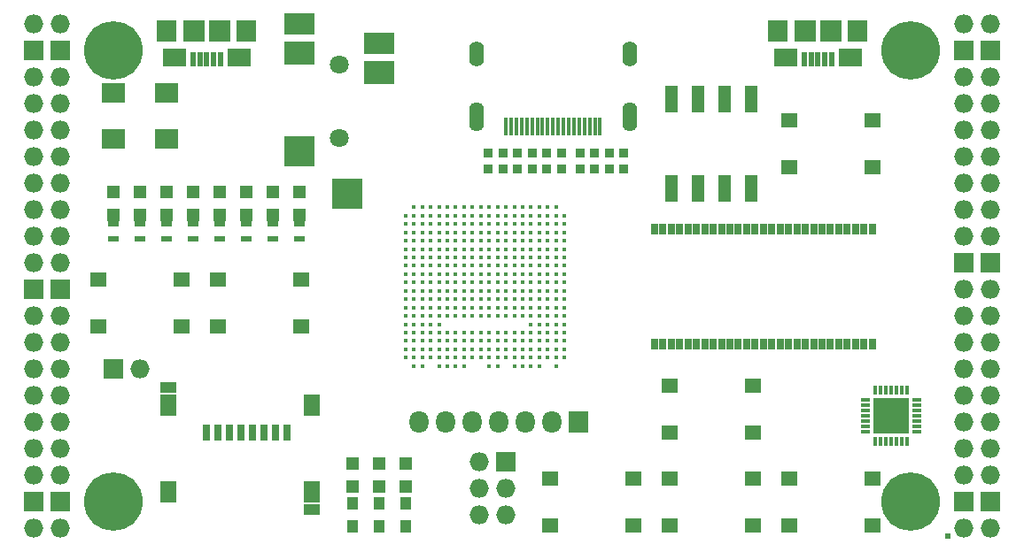
<source format=gts>
G04 #@! TF.FileFunction,Soldermask,Top*
%FSLAX46Y46*%
G04 Gerber Fmt 4.6, Leading zero omitted, Abs format (unit mm)*
G04 Created by KiCad (PCBNEW 4.0.7+dfsg1-1) date Wed Mar  7 12:13:34 2018*
%MOMM*%
%LPD*%
G01*
G04 APERTURE LIST*
%ADD10C,0.100000*%
%ADD11O,1.827200X1.827200*%
%ADD12R,1.827200X1.827200*%
%ADD13R,0.600000X0.600000*%
%ADD14C,5.600000*%
%ADD15R,1.000000X1.300000*%
%ADD16R,2.200000X1.700000*%
%ADD17R,2.000000X2.000000*%
%ADD18R,0.500000X1.450000*%
%ADD19R,1.900000X2.000000*%
%ADD20O,0.950000X0.400000*%
%ADD21O,0.400000X0.950000*%
%ADD22R,1.775000X1.775000*%
%ADD23R,1.827200X2.132000*%
%ADD24O,1.827200X2.132000*%
%ADD25R,1.650000X1.400000*%
%ADD26R,1.220000X2.540000*%
%ADD27C,0.430000*%
%ADD28R,1.300000X1.300000*%
%ADD29R,2.900000X2.100000*%
%ADD30R,2.900000X2.300000*%
%ADD31R,2.900000X2.900000*%
%ADD32C,1.800000*%
%ADD33O,1.400000X2.800000*%
%ADD34O,1.400000X2.400000*%
%ADD35R,0.350000X1.700000*%
%ADD36R,0.800000X1.600000*%
%ADD37R,1.550000X1.000000*%
%ADD38R,1.550000X2.100000*%
%ADD39R,2.300000X1.900000*%
%ADD40R,0.660000X1.000000*%
%ADD41R,1.000000X0.600000*%
%ADD42R,0.850000X0.900000*%
G04 APERTURE END LIST*
D10*
D11*
X97910000Y-62690000D03*
X95370000Y-62690000D03*
D12*
X97910000Y-65230000D03*
X95370000Y-65230000D03*
D11*
X97910000Y-67770000D03*
X95370000Y-67770000D03*
X97910000Y-70310000D03*
X95370000Y-70310000D03*
X97910000Y-72850000D03*
X95370000Y-72850000D03*
X97910000Y-75390000D03*
X95370000Y-75390000D03*
X97910000Y-77930000D03*
X95370000Y-77930000D03*
X97910000Y-80470000D03*
X95370000Y-80470000D03*
X97910000Y-83010000D03*
X95370000Y-83010000D03*
X97910000Y-85550000D03*
X95370000Y-85550000D03*
D12*
X97910000Y-88090000D03*
X95370000Y-88090000D03*
D11*
X97910000Y-90630000D03*
X95370000Y-90630000D03*
X97910000Y-93170000D03*
X95370000Y-93170000D03*
X97910000Y-95710000D03*
X95370000Y-95710000D03*
X97910000Y-98250000D03*
X95370000Y-98250000D03*
X97910000Y-100790000D03*
X95370000Y-100790000D03*
X97910000Y-103330000D03*
X95370000Y-103330000D03*
X97910000Y-105870000D03*
X95370000Y-105870000D03*
D12*
X97910000Y-108410000D03*
X95370000Y-108410000D03*
D11*
X97910000Y-110950000D03*
X95370000Y-110950000D03*
D13*
X182675150Y-111637626D03*
D11*
X184270000Y-110950000D03*
X186810000Y-110950000D03*
D12*
X184270000Y-108410000D03*
X186810000Y-108410000D03*
D11*
X184270000Y-105870000D03*
X186810000Y-105870000D03*
X184270000Y-103330000D03*
X186810000Y-103330000D03*
X184270000Y-100790000D03*
X186810000Y-100790000D03*
X184270000Y-98250000D03*
X186810000Y-98250000D03*
X184270000Y-95710000D03*
X186810000Y-95710000D03*
X184270000Y-93170000D03*
X186810000Y-93170000D03*
X184270000Y-90630000D03*
X186810000Y-90630000D03*
X184270000Y-88090000D03*
X186810000Y-88090000D03*
D12*
X184270000Y-85550000D03*
X186810000Y-85550000D03*
D11*
X184270000Y-83010000D03*
X186810000Y-83010000D03*
X184270000Y-80470000D03*
X186810000Y-80470000D03*
X184270000Y-77930000D03*
X186810000Y-77930000D03*
X184270000Y-75390000D03*
X186810000Y-75390000D03*
X184270000Y-72850000D03*
X186810000Y-72850000D03*
X184270000Y-70310000D03*
X186810000Y-70310000D03*
X184270000Y-67770000D03*
X186810000Y-67770000D03*
D12*
X184270000Y-65230000D03*
X186810000Y-65230000D03*
D11*
X184270000Y-62690000D03*
X186810000Y-62690000D03*
D14*
X102990000Y-108410000D03*
X179190000Y-108410000D03*
X179190000Y-65230000D03*
X102990000Y-65230000D03*
D12*
X102990000Y-95710000D03*
D11*
X105530000Y-95710000D03*
D15*
X128390000Y-108580000D03*
X128390000Y-110780000D03*
X130930000Y-110780000D03*
X130930000Y-108580000D03*
D16*
X114980000Y-65875000D03*
X108780000Y-65875000D03*
D17*
X113080000Y-63325000D03*
X110680000Y-63325000D03*
D18*
X113180000Y-66000000D03*
X112530000Y-66000000D03*
X111880000Y-66000000D03*
X111230000Y-66000000D03*
X110580000Y-66000000D03*
D19*
X115680000Y-63325000D03*
X108080000Y-63325000D03*
D16*
X173400000Y-65875000D03*
X167200000Y-65875000D03*
D17*
X171500000Y-63325000D03*
X169100000Y-63325000D03*
D18*
X171600000Y-66000000D03*
X170950000Y-66000000D03*
X170300000Y-66000000D03*
X169650000Y-66000000D03*
X169000000Y-66000000D03*
D19*
X174100000Y-63325000D03*
X166500000Y-63325000D03*
D12*
X140455000Y-104600000D03*
D11*
X137915000Y-104600000D03*
X140455000Y-107140000D03*
X137915000Y-107140000D03*
X140455000Y-109680000D03*
X137915000Y-109680000D03*
D20*
X179735000Y-101655000D03*
X179735000Y-101155000D03*
X179735000Y-100655000D03*
X179735000Y-100155000D03*
X179735000Y-99655000D03*
X179735000Y-99155000D03*
X179735000Y-98655000D03*
D21*
X178785000Y-97705000D03*
X178285000Y-97705000D03*
X177785000Y-97705000D03*
X177285000Y-97705000D03*
X176785000Y-97705000D03*
X176285000Y-97705000D03*
X175785000Y-97705000D03*
D20*
X174835000Y-98655000D03*
X174835000Y-99155000D03*
X174835000Y-99655000D03*
X174835000Y-100155000D03*
X174835000Y-100655000D03*
X174835000Y-101155000D03*
X174835000Y-101655000D03*
D21*
X175785000Y-102605000D03*
X176285000Y-102605000D03*
X176785000Y-102605000D03*
X177285000Y-102605000D03*
X177785000Y-102605000D03*
X178285000Y-102605000D03*
X178785000Y-102605000D03*
D22*
X176447500Y-99317500D03*
X176447500Y-100992500D03*
X178122500Y-99317500D03*
X178122500Y-100992500D03*
D23*
X147440000Y-100790000D03*
D24*
X144900000Y-100790000D03*
X142360000Y-100790000D03*
X139820000Y-100790000D03*
X137280000Y-100790000D03*
X134740000Y-100790000D03*
X132200000Y-100790000D03*
D25*
X175550000Y-71870000D03*
X175550000Y-76370000D03*
X167590000Y-76370000D03*
X167590000Y-71870000D03*
X101550000Y-91610000D03*
X101550000Y-87110000D03*
X109510000Y-87110000D03*
X109510000Y-91610000D03*
X112980000Y-91610000D03*
X112980000Y-87110000D03*
X120940000Y-87110000D03*
X120940000Y-91610000D03*
X156160000Y-101770000D03*
X156160000Y-97270000D03*
X164120000Y-97270000D03*
X164120000Y-101770000D03*
X164120000Y-106160000D03*
X164120000Y-110660000D03*
X156160000Y-110660000D03*
X156160000Y-106160000D03*
X152690000Y-106160000D03*
X152690000Y-110660000D03*
X144730000Y-110660000D03*
X144730000Y-106160000D03*
X175550000Y-106160000D03*
X175550000Y-110660000D03*
X167590000Y-110660000D03*
X167590000Y-106160000D03*
D26*
X156330000Y-78425000D03*
X163950000Y-69815000D03*
X158870000Y-78425000D03*
X161410000Y-69815000D03*
X161410000Y-78425000D03*
X158870000Y-69815000D03*
X163950000Y-78425000D03*
X156330000Y-69815000D03*
D27*
X131680000Y-80200000D03*
X132480000Y-80200000D03*
X133280000Y-80200000D03*
X134080000Y-80200000D03*
X134880000Y-80200000D03*
X135680000Y-80200000D03*
X136480000Y-80200000D03*
X137280000Y-80200000D03*
X138080000Y-80200000D03*
X138880000Y-80200000D03*
X139680000Y-80200000D03*
X140480000Y-80200000D03*
X141280000Y-80200000D03*
X142080000Y-80200000D03*
X142880000Y-80200000D03*
X143680000Y-80200000D03*
X144480000Y-80200000D03*
X145280000Y-80200000D03*
X130880000Y-81000000D03*
X131680000Y-81000000D03*
X132480000Y-81000000D03*
X133280000Y-81000000D03*
X134080000Y-81000000D03*
X134880000Y-81000000D03*
X135680000Y-81000000D03*
X136480000Y-81000000D03*
X137280000Y-81000000D03*
X138080000Y-81000000D03*
X138880000Y-81000000D03*
X139680000Y-81000000D03*
X140480000Y-81000000D03*
X141280000Y-81000000D03*
X142080000Y-81000000D03*
X142880000Y-81000000D03*
X143680000Y-81000000D03*
X144480000Y-81000000D03*
X145280000Y-81000000D03*
X146080000Y-81000000D03*
X130880000Y-81800000D03*
X131680000Y-81800000D03*
X132480000Y-81800000D03*
X133280000Y-81800000D03*
X134080000Y-81800000D03*
X134880000Y-81800000D03*
X135680000Y-81800000D03*
X136480000Y-81800000D03*
X137280000Y-81800000D03*
X138080000Y-81800000D03*
X138880000Y-81800000D03*
X139680000Y-81800000D03*
X140480000Y-81800000D03*
X141280000Y-81800000D03*
X142080000Y-81800000D03*
X142880000Y-81800000D03*
X143680000Y-81800000D03*
X144480000Y-81800000D03*
X145280000Y-81800000D03*
X146080000Y-81800000D03*
X130880000Y-82600000D03*
X131680000Y-82600000D03*
X132480000Y-82600000D03*
X133280000Y-82600000D03*
X134080000Y-82600000D03*
X134880000Y-82600000D03*
X135680000Y-82600000D03*
X136480000Y-82600000D03*
X137280000Y-82600000D03*
X138080000Y-82600000D03*
X138880000Y-82600000D03*
X139680000Y-82600000D03*
X140480000Y-82600000D03*
X141280000Y-82600000D03*
X142080000Y-82600000D03*
X142880000Y-82600000D03*
X143680000Y-82600000D03*
X144480000Y-82600000D03*
X145280000Y-82600000D03*
X146080000Y-82600000D03*
X130880000Y-83400000D03*
X131680000Y-83400000D03*
X132480000Y-83400000D03*
X133280000Y-83400000D03*
X134080000Y-83400000D03*
X134880000Y-83400000D03*
X135680000Y-83400000D03*
X136480000Y-83400000D03*
X137280000Y-83400000D03*
X138080000Y-83400000D03*
X138880000Y-83400000D03*
X139680000Y-83400000D03*
X140480000Y-83400000D03*
X141280000Y-83400000D03*
X142080000Y-83400000D03*
X142880000Y-83400000D03*
X143680000Y-83400000D03*
X144480000Y-83400000D03*
X145280000Y-83400000D03*
X146080000Y-83400000D03*
X130880000Y-84200000D03*
X131680000Y-84200000D03*
X132480000Y-84200000D03*
X133280000Y-84200000D03*
X134080000Y-84200000D03*
X134880000Y-84200000D03*
X135680000Y-84200000D03*
X136480000Y-84200000D03*
X137280000Y-84200000D03*
X138080000Y-84200000D03*
X138880000Y-84200000D03*
X139680000Y-84200000D03*
X140480000Y-84200000D03*
X141280000Y-84200000D03*
X142080000Y-84200000D03*
X142880000Y-84200000D03*
X143680000Y-84200000D03*
X144480000Y-84200000D03*
X145280000Y-84200000D03*
X146080000Y-84200000D03*
X130880000Y-85000000D03*
X131680000Y-85000000D03*
X132480000Y-85000000D03*
X133280000Y-85000000D03*
X134080000Y-85000000D03*
X134880000Y-85000000D03*
X135680000Y-85000000D03*
X136480000Y-85000000D03*
X137280000Y-85000000D03*
X138080000Y-85000000D03*
X138880000Y-85000000D03*
X139680000Y-85000000D03*
X140480000Y-85000000D03*
X141280000Y-85000000D03*
X142080000Y-85000000D03*
X142880000Y-85000000D03*
X143680000Y-85000000D03*
X144480000Y-85000000D03*
X145280000Y-85000000D03*
X146080000Y-85000000D03*
X130880000Y-85800000D03*
X131680000Y-85800000D03*
X132480000Y-85800000D03*
X133280000Y-85800000D03*
X134080000Y-85800000D03*
X134880000Y-85800000D03*
X135680000Y-85800000D03*
X136480000Y-85800000D03*
X137280000Y-85800000D03*
X138080000Y-85800000D03*
X138880000Y-85800000D03*
X139680000Y-85800000D03*
X140480000Y-85800000D03*
X141280000Y-85800000D03*
X142080000Y-85800000D03*
X142880000Y-85800000D03*
X143680000Y-85800000D03*
X144480000Y-85800000D03*
X145280000Y-85800000D03*
X146080000Y-85800000D03*
X130880000Y-86600000D03*
X131680000Y-86600000D03*
X132480000Y-86600000D03*
X133280000Y-86600000D03*
X134080000Y-86600000D03*
X134880000Y-86600000D03*
X135680000Y-86600000D03*
X136480000Y-86600000D03*
X137280000Y-86600000D03*
X138080000Y-86600000D03*
X138880000Y-86600000D03*
X139680000Y-86600000D03*
X140480000Y-86600000D03*
X141280000Y-86600000D03*
X142080000Y-86600000D03*
X142880000Y-86600000D03*
X143680000Y-86600000D03*
X144480000Y-86600000D03*
X145280000Y-86600000D03*
X146080000Y-86600000D03*
X130880000Y-87400000D03*
X131680000Y-87400000D03*
X132480000Y-87400000D03*
X133280000Y-87400000D03*
X134080000Y-87400000D03*
X134880000Y-87400000D03*
X135680000Y-87400000D03*
X136480000Y-87400000D03*
X137280000Y-87400000D03*
X138080000Y-87400000D03*
X138880000Y-87400000D03*
X139680000Y-87400000D03*
X140480000Y-87400000D03*
X141280000Y-87400000D03*
X142080000Y-87400000D03*
X142880000Y-87400000D03*
X143680000Y-87400000D03*
X144480000Y-87400000D03*
X145280000Y-87400000D03*
X146080000Y-87400000D03*
X130880000Y-88200000D03*
X131680000Y-88200000D03*
X132480000Y-88200000D03*
X133280000Y-88200000D03*
X134080000Y-88200000D03*
X134880000Y-88200000D03*
X135680000Y-88200000D03*
X136480000Y-88200000D03*
X137280000Y-88200000D03*
X138080000Y-88200000D03*
X138880000Y-88200000D03*
X139680000Y-88200000D03*
X140480000Y-88200000D03*
X141280000Y-88200000D03*
X142080000Y-88200000D03*
X142880000Y-88200000D03*
X143680000Y-88200000D03*
X144480000Y-88200000D03*
X145280000Y-88200000D03*
X146080000Y-88200000D03*
X130880000Y-89000000D03*
X131680000Y-89000000D03*
X132480000Y-89000000D03*
X133280000Y-89000000D03*
X134080000Y-89000000D03*
X134880000Y-89000000D03*
X135680000Y-89000000D03*
X136480000Y-89000000D03*
X137280000Y-89000000D03*
X138080000Y-89000000D03*
X138880000Y-89000000D03*
X139680000Y-89000000D03*
X140480000Y-89000000D03*
X141280000Y-89000000D03*
X142080000Y-89000000D03*
X142880000Y-89000000D03*
X143680000Y-89000000D03*
X144480000Y-89000000D03*
X145280000Y-89000000D03*
X146080000Y-89000000D03*
X130880000Y-89800000D03*
X131680000Y-89800000D03*
X132480000Y-89800000D03*
X133280000Y-89800000D03*
X134080000Y-89800000D03*
X134880000Y-89800000D03*
X135680000Y-89800000D03*
X136480000Y-89800000D03*
X137280000Y-89800000D03*
X138080000Y-89800000D03*
X138880000Y-89800000D03*
X139680000Y-89800000D03*
X140480000Y-89800000D03*
X141280000Y-89800000D03*
X142080000Y-89800000D03*
X142880000Y-89800000D03*
X143680000Y-89800000D03*
X144480000Y-89800000D03*
X145280000Y-89800000D03*
X146080000Y-89800000D03*
X130880000Y-90600000D03*
X131680000Y-90600000D03*
X132480000Y-90600000D03*
X133280000Y-90600000D03*
X134080000Y-90600000D03*
X134880000Y-90600000D03*
X135680000Y-90600000D03*
X136480000Y-90600000D03*
X137280000Y-90600000D03*
X138080000Y-90600000D03*
X138880000Y-90600000D03*
X139680000Y-90600000D03*
X140480000Y-90600000D03*
X141280000Y-90600000D03*
X142080000Y-90600000D03*
X142880000Y-90600000D03*
X143680000Y-90600000D03*
X144480000Y-90600000D03*
X145280000Y-90600000D03*
X146080000Y-90600000D03*
X130880000Y-91400000D03*
X131680000Y-91400000D03*
X132480000Y-91400000D03*
X133280000Y-91400000D03*
X134080000Y-91400000D03*
X142880000Y-91400000D03*
X143680000Y-91400000D03*
X144480000Y-91400000D03*
X145280000Y-91400000D03*
X146080000Y-91400000D03*
X130880000Y-92200000D03*
X131680000Y-92200000D03*
X132480000Y-92200000D03*
X133280000Y-92200000D03*
X134080000Y-92200000D03*
X134880000Y-92200000D03*
X135680000Y-92200000D03*
X136480000Y-92200000D03*
X137280000Y-92200000D03*
X138080000Y-92200000D03*
X138880000Y-92200000D03*
X139680000Y-92200000D03*
X140480000Y-92200000D03*
X141280000Y-92200000D03*
X142080000Y-92200000D03*
X142880000Y-92200000D03*
X143680000Y-92200000D03*
X144480000Y-92200000D03*
X145280000Y-92200000D03*
X146080000Y-92200000D03*
X130880000Y-93000000D03*
X131680000Y-93000000D03*
X132480000Y-93000000D03*
X133280000Y-93000000D03*
X134080000Y-93000000D03*
X134880000Y-93000000D03*
X135680000Y-93000000D03*
X136480000Y-93000000D03*
X137280000Y-93000000D03*
X138080000Y-93000000D03*
X138880000Y-93000000D03*
X139680000Y-93000000D03*
X140480000Y-93000000D03*
X141280000Y-93000000D03*
X142080000Y-93000000D03*
X142880000Y-93000000D03*
X143680000Y-93000000D03*
X144480000Y-93000000D03*
X145280000Y-93000000D03*
X146080000Y-93000000D03*
X130880000Y-93800000D03*
X131680000Y-93800000D03*
X132480000Y-93800000D03*
X133280000Y-93800000D03*
X134080000Y-93800000D03*
X134880000Y-93800000D03*
X135680000Y-93800000D03*
X136480000Y-93800000D03*
X137280000Y-93800000D03*
X138080000Y-93800000D03*
X138880000Y-93800000D03*
X139680000Y-93800000D03*
X140480000Y-93800000D03*
X141280000Y-93800000D03*
X142080000Y-93800000D03*
X142880000Y-93800000D03*
X143680000Y-93800000D03*
X144480000Y-93800000D03*
X145280000Y-93800000D03*
X146080000Y-93800000D03*
X130880000Y-94600000D03*
X131680000Y-94600000D03*
X132480000Y-94600000D03*
X133280000Y-94600000D03*
X134080000Y-94600000D03*
X134880000Y-94600000D03*
X135680000Y-94600000D03*
X136480000Y-94600000D03*
X137280000Y-94600000D03*
X138080000Y-94600000D03*
X138880000Y-94600000D03*
X139680000Y-94600000D03*
X140480000Y-94600000D03*
X141280000Y-94600000D03*
X142080000Y-94600000D03*
X142880000Y-94600000D03*
X143680000Y-94600000D03*
X144480000Y-94600000D03*
X145280000Y-94600000D03*
X146080000Y-94600000D03*
X131680000Y-95400000D03*
X132480000Y-95400000D03*
X134080000Y-95400000D03*
X134880000Y-95400000D03*
X135680000Y-95400000D03*
X136480000Y-95400000D03*
X138880000Y-95400000D03*
X139680000Y-95400000D03*
X141280000Y-95400000D03*
X142080000Y-95400000D03*
X142880000Y-95400000D03*
X143680000Y-95400000D03*
X145280000Y-95400000D03*
D28*
X125850000Y-104770000D03*
X125850000Y-106970000D03*
D15*
X125850000Y-108580000D03*
X125850000Y-110780000D03*
D28*
X128390000Y-104770000D03*
X128390000Y-106970000D03*
X120770000Y-80935000D03*
X120770000Y-78735000D03*
X118230000Y-80935000D03*
X118230000Y-78735000D03*
X115690000Y-80935000D03*
X115690000Y-78735000D03*
X113150000Y-80935000D03*
X113150000Y-78735000D03*
X110610000Y-80935000D03*
X110610000Y-78735000D03*
X108070000Y-80935000D03*
X108070000Y-78735000D03*
X105530000Y-80935000D03*
X105530000Y-78735000D03*
X102990000Y-80935000D03*
X102990000Y-78735000D03*
X130930000Y-104770000D03*
X130930000Y-106970000D03*
D29*
X120780000Y-62648000D03*
D30*
X120780000Y-65448000D03*
D31*
X120780000Y-74848000D03*
X125330000Y-78948000D03*
D30*
X128380000Y-67348000D03*
D29*
X128380000Y-64548000D03*
D32*
X124580000Y-66548000D03*
X124580000Y-73548000D03*
D33*
X152280000Y-71550000D03*
X137680000Y-71550000D03*
D34*
X137680000Y-65500000D03*
D35*
X140480000Y-72500000D03*
X140980000Y-72500000D03*
X141480000Y-72500000D03*
X141980000Y-72500000D03*
X142480000Y-72500000D03*
X142980000Y-72500000D03*
X143480000Y-72500000D03*
X143980000Y-72500000D03*
X144480000Y-72500000D03*
X144980000Y-72500000D03*
X145480000Y-72500000D03*
X145980000Y-72500000D03*
X146480000Y-72500000D03*
X146980000Y-72500000D03*
X147480000Y-72500000D03*
X147980000Y-72500000D03*
X148480000Y-72500000D03*
X148980000Y-72500000D03*
X149480000Y-72500000D03*
D34*
X152280000Y-65500000D03*
D36*
X111850000Y-101750000D03*
X112950000Y-101750000D03*
X114050000Y-101750000D03*
X115150000Y-101750000D03*
X116250000Y-101750000D03*
X117350000Y-101750000D03*
X118450000Y-101750000D03*
X119550000Y-101750000D03*
D37*
X108175000Y-97450000D03*
X121925000Y-109150000D03*
D38*
X121925000Y-99150000D03*
X108175000Y-99150000D03*
X108175000Y-107450000D03*
X121925000Y-107450000D03*
D39*
X108040000Y-69220000D03*
X102960000Y-69220000D03*
X102960000Y-73620000D03*
X108040000Y-73620000D03*
D40*
X175493000Y-82270000D03*
X154693000Y-93330000D03*
X155493000Y-93330000D03*
X156293000Y-93330000D03*
X157093000Y-93330000D03*
X157893000Y-93330000D03*
X158693000Y-93330000D03*
X159493000Y-93330000D03*
X160293000Y-93330000D03*
X161093000Y-93330000D03*
X161893000Y-93330000D03*
X162693000Y-93330000D03*
X163493000Y-93330000D03*
X164293000Y-93330000D03*
X165093000Y-93330000D03*
X165893000Y-93330000D03*
X166693000Y-93330000D03*
X167493000Y-93330000D03*
X168293000Y-93330000D03*
X169093000Y-93330000D03*
X169893000Y-93330000D03*
X170693000Y-93330000D03*
X171493000Y-93330000D03*
X172293000Y-93330000D03*
X173093000Y-93330000D03*
X173893000Y-93330000D03*
X174693000Y-93330000D03*
X175493000Y-93330000D03*
X174693000Y-82270000D03*
X173893000Y-82270000D03*
X173093000Y-82270000D03*
X172293000Y-82270000D03*
X171493000Y-82270000D03*
X170693000Y-82270000D03*
X169893000Y-82270000D03*
X169093000Y-82270000D03*
X168293000Y-82270000D03*
X167493000Y-82270000D03*
X166693000Y-82270000D03*
X165893000Y-82270000D03*
X165093000Y-82270000D03*
X164293000Y-82270000D03*
X163493000Y-82270000D03*
X162693000Y-82270000D03*
X161893000Y-82270000D03*
X161093000Y-82270000D03*
X160293000Y-82270000D03*
X159493000Y-82270000D03*
X158693000Y-82270000D03*
X157893000Y-82270000D03*
X157093000Y-82270000D03*
X156293000Y-82270000D03*
X155493000Y-82270000D03*
X154693000Y-82270000D03*
D41*
X120770000Y-83252000D03*
X120770000Y-81752000D03*
X118230000Y-83252000D03*
X118230000Y-81752000D03*
X115690000Y-83252000D03*
X115690000Y-81752000D03*
X113150000Y-83252000D03*
X113150000Y-81752000D03*
X110610000Y-83252000D03*
X110610000Y-81752000D03*
X108070000Y-83252000D03*
X108070000Y-81752000D03*
X105530000Y-83252000D03*
X105530000Y-81752000D03*
X102990000Y-83252000D03*
X102990000Y-81752000D03*
D42*
X150361000Y-75021000D03*
X150361000Y-76521000D03*
X151758000Y-75021000D03*
X151758000Y-76521000D03*
X140201000Y-75021000D03*
X140201000Y-76521000D03*
X142995000Y-75021000D03*
X142995000Y-76521000D03*
X145789000Y-75021000D03*
X145789000Y-76521000D03*
X148964000Y-75021000D03*
X148964000Y-76521000D03*
X138804000Y-75021000D03*
X138804000Y-76521000D03*
X141598000Y-75021000D03*
X141598000Y-76521000D03*
X144392000Y-75021000D03*
X144392000Y-76521000D03*
X147567000Y-75009000D03*
X147567000Y-76509000D03*
M02*

</source>
